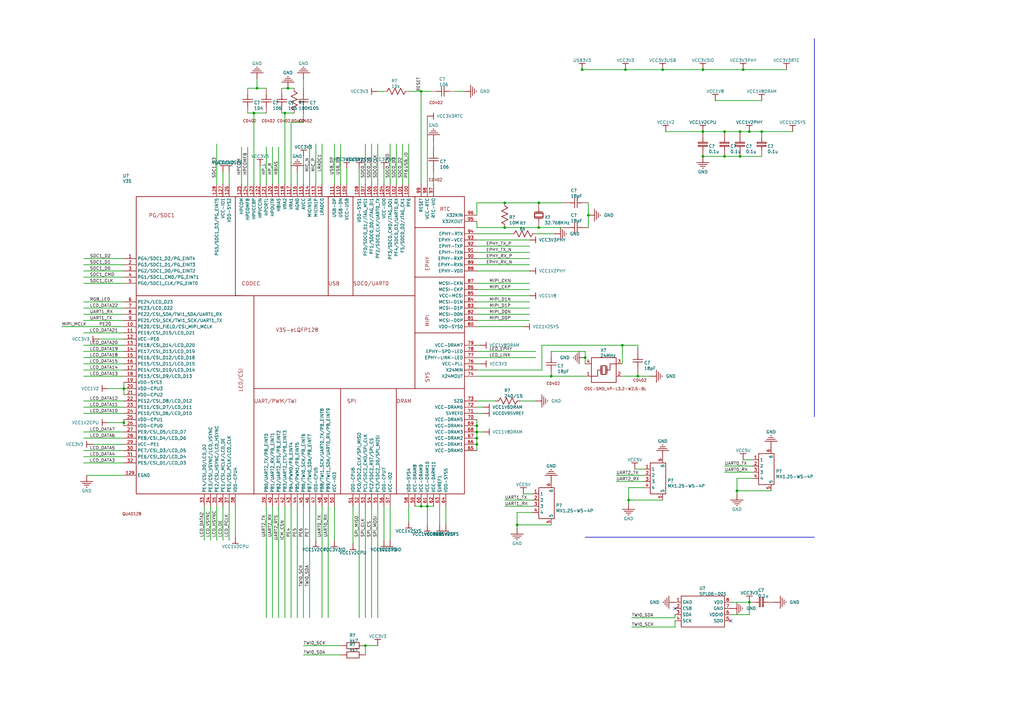
<source format=kicad_sch>
(kicad_sch (version 20211123) (generator eeschema)
  (paper "A3")
  (junction (at 303.53 53.975))
  (junction (at 220.98 83.185))
  (junction (at 195.58 177.165))
  (junction (at 50.8 159.385))
  (junction (at 118.11 36.195))
  (junction (at 226.06 154.305))
  (junction (at 238.76 28.575))
  (junction (at 255.27 141.605))
  (junction (at 297.18 64.135))
  (junction (at 105.41 36.195))
  (junction (at 104.14 46.355))
  (junction (at 304.8 28.575))
  (junction (at 257.81 205.105))
  (junction (at 288.29 53.975))
  (junction (at 307.34 247.015))
  (junction (at 256.54 28.575))
  (junction (at 307.34 53.975))
  (junction (at 297.18 53.975))
  (junction (at 261.62 154.305))
  (junction (at 195.58 174.625))
  (junction (at 149.86 264.795))
  (junction (at 207.01 93.345))
  (junction (at 240.03 146.685))
  (junction (at 303.53 64.135))
  (junction (at 220.98 93.345))
  (junction (at 172.72 207.645))
  (junction (at 302.26 201.295))
  (junction (at 195.58 182.245))
  (junction (at 195.58 179.705))
  (junction (at 175.26 207.645))
  (junction (at 172.72 37.465))
  (junction (at 241.3 88.265))
  (junction (at 50.8 173.355))
  (junction (at 116.84 46.355))
  (junction (at 288.29 28.575))
  (junction (at 271.78 28.575))
  (junction (at 288.29 64.135))
  (junction (at 312.42 53.975))
  (junction (at 207.01 83.185))
  (junction (at 212.09 215.265))
  (no_connect (at 299.72 254.635))
  (no_connect (at 276.86 249.555))
  (wire (pts (xy 91.44 207.645) (xy 91.44 221.615)) (stroke (width 0.254)))
  (wire (pts (xy 111.76 207.645) (xy 111.76 253.365)) (stroke (width 0.254)))
  (wire (pts (xy 147.32 75.565) (xy 147.32 69.215)) (stroke (width 0.254)))
  (wire (pts (xy 157.48 37.465) (xy 154.94 37.465)) (stroke (width 0.254)))
  (wire (pts (xy 172.72 207.645) (xy 175.26 207.645)) (stroke (width 0.254)))
  (wire (pts (xy 175.26 75.565) (xy 175.26 47.625)) (stroke (width 0.254)))
  (wire (pts (xy 195.58 146.685) (xy 219.71 146.685)) (stroke (width 0.254)))
  (wire (pts (xy 176.53 37.465) (xy 172.72 37.465)) (stroke (width 0.254)))
  (wire (pts (xy 134.62 253.365) (xy 134.62 207.645)) (stroke (width 0.254)))
  (wire (pts (xy 149.86 268.605) (xy 149.86 264.795)) (stroke (width 0.254)))
  (wire (pts (xy 195.58 151.765) (xy 222.25 151.765)) (stroke (width 0.254)))
  (wire (pts (xy 88.9 75.565) (xy 88.9 59.055)) (stroke (width 0.254)))
  (wire (pts (xy 154.94 75.565) (xy 154.94 59.055)) (stroke (width 0.254)))
  (wire (pts (xy 195.58 116.205) (xy 217.17 116.205)) (stroke (width 0.254)))
  (wire (pts (xy 325.12 53.975) (xy 312.42 53.975)) (stroke (width 0.254)))
  (wire (pts (xy 195.58 106.045) (xy 217.17 106.045)) (stroke (width 0.254)))
  (wire (pts (xy 106.68 75.565) (xy 106.68 67.945)) (stroke (width 0.254)))
  (wire (pts (xy 149.86 264.795) (xy 154.94 264.795)) (stroke (width 0.254)))
  (wire (pts (xy 101.6 75.565) (xy 101.6 60.325)) (stroke (width 0.254)))
  (wire (pts (xy 261.62 154.305) (xy 255.27 154.305)) (stroke (width 0.254)))
  (wire (pts (xy 196.85 149.225) (xy 195.58 149.225)) (stroke (width 0.254)))
  (wire (pts (xy 121.92 75.565) (xy 121.92 70.485)) (stroke (width 0.254)))
  (wire (pts (xy 167.64 75.565) (xy 167.64 59.055)) (stroke (width 0.254)))
  (wire (pts (xy 88.9 207.645) (xy 88.9 221.615)) (stroke (width 0.254)))
  (wire (pts (xy 50.8 123.825) (xy 34.29 123.825)) (stroke (width 0.254)))
  (wire (pts (xy 50.8 154.305) (xy 34.29 154.305)) (stroke (width 0.254)))
  (wire (pts (xy 271.78 28.575) (xy 288.29 28.575)) (stroke (width 0.254)))
  (wire (pts (xy 195.58 144.145) (xy 219.71 144.145)) (stroke (width 0.254)))
  (wire (pts (xy 195.58 83.185) (xy 195.58 88.265)) (stroke (width 0.254)))
  (wire (pts (xy 195.58 108.585) (xy 217.17 108.585)) (stroke (width 0.254)))
  (wire (pts (xy 259.08 257.175) (xy 276.86 257.175)) (stroke (width 0.254)))
  (wire (pts (xy 231.14 83.185) (xy 220.98 83.185)) (stroke (width 0.254)))
  (wire (pts (xy 307.34 53.975) (xy 303.53 53.975)) (stroke (width 0.254)))
  (wire (pts (xy 226.06 144.145) (xy 240.03 144.145)) (stroke (width 0.254)))
  (wire (pts (xy 132.08 75.565) (xy 132.08 59.055)) (stroke (width 0.254)))
  (wire (pts (xy 137.16 75.565) (xy 137.16 59.055)) (stroke (width 0.254)))
  (wire (pts (xy 297.18 193.675) (xy 308.61 193.675)) (stroke (width 0.254)))
  (wire (pts (xy 50.8 126.365) (xy 34.29 126.365)) (stroke (width 0.254)))
  (wire (pts (xy 104.14 46.355) (xy 101.6 46.355)) (stroke (width 0.254)))
  (wire (pts (xy 50.8 169.545) (xy 34.29 169.545)) (stroke (width 0.254)))
  (wire (pts (xy 104.14 46.355) (xy 104.14 75.565)) (stroke (width 0.254)))
  (wire (pts (xy 241.3 83.185) (xy 241.3 88.265)) (stroke (width 0.254)))
  (wire (pts (xy 111.76 75.565) (xy 111.76 60.325)) (stroke (width 0.254)))
  (wire (pts (xy 195.58 179.705) (xy 195.58 182.245)) (stroke (width 0.254)))
  (wire (pts (xy 157.48 75.565) (xy 157.48 69.215)) (stroke (width 0.254)))
  (wire (pts (xy 196.85 141.605) (xy 195.58 141.605)) (stroke (width 0.254)))
  (wire (pts (xy 160.02 207.645) (xy 160.02 221.615)) (stroke (width 0.254)))
  (wire (pts (xy 120.65 36.195) (xy 118.11 36.195)) (stroke (width 0.254)))
  (wire (pts (xy 207.01 207.645) (xy 218.44 207.645)) (stroke (width 0.254)))
  (wire (pts (xy 195.58 126.365) (xy 217.17 126.365)) (stroke (width 0.254)))
  (wire (pts (xy 172.72 75.565) (xy 172.72 37.465)) (stroke (width 0.254)))
  (wire (pts (xy 119.38 207.645) (xy 119.38 253.365)) (stroke (width 0.254)))
  (wire (pts (xy 50.8 189.865) (xy 34.29 189.865)) (stroke (width 0.254)))
  (wire (pts (xy 195.58 133.985) (xy 214.63 133.985)) (stroke (width 0.254)))
  (wire (pts (xy 312.42 41.275) (xy 293.37 41.275)) (stroke (width 0.254)))
  (wire (pts (xy 240.03 144.145) (xy 240.03 146.685)) (stroke (width 0.254)))
  (wire (pts (xy 124.46 46.355) (xy 124.46 50.165)) (stroke (width 0.254)))
  (wire (pts (xy 195.58 128.905) (xy 217.17 128.905)) (stroke (width 0.254)))
  (wire (pts (xy 177.8 60.325) (xy 177.8 57.785)) (stroke (width 0.254)))
  (polyline (pts (xy 334.01 170.815) (xy 334.01 170.815)) (stroke (width 0.254) (type solid)))
  (wire (pts (xy 50.8 182.245) (xy 38.1 182.245)) (stroke (width 0.254)))
  (wire (pts (xy 83.82 207.645) (xy 83.82 221.615)) (stroke (width 0.254)))
  (wire (pts (xy 50.8 131.445) (xy 34.29 131.445)) (stroke (width 0.254)))
  (wire (pts (xy 299.72 252.095) (xy 307.34 252.095)) (stroke (width 0.254)))
  (wire (pts (xy 44.45 173.355) (xy 50.8 173.355)) (stroke (width 0.254)))
  (wire (pts (xy 195.58 118.745) (xy 217.17 118.745)) (stroke (width 0.254)))
  (wire (pts (xy 86.36 207.645) (xy 86.36 221.615)) (stroke (width 0.254)))
  (wire (pts (xy 220.98 83.185) (xy 207.01 83.185)) (stroke (width 0.254)))
  (wire (pts (xy 182.88 207.645) (xy 182.88 215.265)) (stroke (width 0.254)))
  (wire (pts (xy 114.3 75.565) (xy 114.3 60.325)) (stroke (width 0.254)))
  (wire (pts (xy 198.12 169.545) (xy 195.58 169.545)) (stroke (width 0.254)))
  (wire (pts (xy 276.86 257.175) (xy 276.86 254.635)) (stroke (width 0.254)))
  (wire (pts (xy 238.76 28.575) (xy 256.54 28.575)) (stroke (width 0.254)))
  (wire (pts (xy 50.8 139.065) (xy 40.64 139.065)) (stroke (width 0.254)))
  (wire (pts (xy 50.8 174.625) (xy 50.8 173.355)) (stroke (width 0.254)))
  (wire (pts (xy 154.94 207.645) (xy 154.94 253.365)) (stroke (width 0.254)))
  (wire (pts (xy 209.55 95.885) (xy 195.58 95.885)) (stroke (width 0.254)))
  (wire (pts (xy 50.8 167.005) (xy 34.29 167.005)) (stroke (width 0.254)))
  (wire (pts (xy 109.22 46.355) (xy 104.14 46.355)) (stroke (width 0.254)))
  (wire (pts (xy 114.3 207.645) (xy 114.3 253.365)) (stroke (width 0.254)))
  (wire (pts (xy 198.12 177.165) (xy 195.58 177.165)) (stroke (width 0.254)))
  (wire (pts (xy 177.8 75.565) (xy 177.8 70.485)) (stroke (width 0.254)))
  (wire (pts (xy 195.58 177.165) (xy 195.58 179.705)) (stroke (width 0.254)))
  (wire (pts (xy 119.38 50.165) (xy 119.38 75.565)) (stroke (width 0.254)))
  (wire (pts (xy 276.86 253.365) (xy 276.86 252.095)) (stroke (width 0.254)))
  (wire (pts (xy 109.22 207.645) (xy 109.22 253.365)) (stroke (width 0.254)))
  (wire (pts (xy 252.73 194.945) (xy 264.16 194.945)) (stroke (width 0.254)))
  (wire (pts (xy 257.81 205.105) (xy 257.81 200.025)) (stroke (width 0.254)))
  (wire (pts (xy 152.4 75.565) (xy 152.4 59.055)) (stroke (width 0.254)))
  (wire (pts (xy 195.58 131.445) (xy 217.17 131.445)) (stroke (width 0.254)))
  (wire (pts (xy 222.25 141.605) (xy 255.27 141.605)) (stroke (width 0.254)))
  (wire (pts (xy 256.54 28.575) (xy 271.78 28.575)) (stroke (width 0.254)))
  (wire (pts (xy 109.22 36.195) (xy 105.41 36.195)) (stroke (width 0.254)))
  (wire (pts (xy 124.46 50.165) (xy 119.38 50.165)) (stroke (width 0.254)))
  (wire (pts (xy 222.25 151.765) (xy 222.25 141.605)) (stroke (width 0.254)))
  (wire (pts (xy 172.72 37.465) (xy 167.64 37.465)) (stroke (width 0.254)))
  (wire (pts (xy 271.78 205.105) (xy 257.81 205.105)) (stroke (width 0.254)))
  (wire (pts (xy 50.8 113.665) (xy 34.29 113.665)) (stroke (width 0.254)))
  (wire (pts (xy 261.62 153.035) (xy 261.62 154.305)) (stroke (width 0.254)))
  (wire (pts (xy 212.09 215.265) (xy 212.09 210.185)) (stroke (width 0.254)))
  (wire (pts (xy 203.2 164.465) (xy 195.58 164.465)) (stroke (width 0.254)))
  (wire (pts (xy 160.02 75.565) (xy 160.02 59.055)) (stroke (width 0.254)))
  (wire (pts (xy 316.23 201.295) (xy 302.26 201.295)) (stroke (width 0.254)))
  (wire (pts (xy 257.81 206.375) (xy 257.81 205.105)) (stroke (width 0.254)))
  (wire (pts (xy 50.8 141.605) (xy 34.29 141.605)) (stroke (width 0.254)))
  (wire (pts (xy 175.26 207.645) (xy 177.8 207.645)) (stroke (width 0.254)))
  (wire (pts (xy 214.63 202.565) (xy 218.44 202.565)) (stroke (width 0.254)))
  (wire (pts (xy 212.09 216.535) (xy 212.09 215.265)) (stroke (width 0.254)))
  (wire (pts (xy 195.58 103.505) (xy 217.17 103.505)) (stroke (width 0.254)))
  (wire (pts (xy 149.86 207.645) (xy 149.86 253.365)) (stroke (width 0.254)))
  (wire (pts (xy 127 207.645) (xy 127 253.365)) (stroke (width 0.254)))
  (wire (pts (xy 255.27 141.605) (xy 255.27 149.225)) (stroke (width 0.254)))
  (wire (pts (xy 50.8 136.525) (xy 34.29 136.525)) (stroke (width 0.254)))
  (wire (pts (xy 219.71 164.465) (xy 213.36 164.465)) (stroke (width 0.254)))
  (wire (pts (xy 157.48 207.645) (xy 157.48 221.615)) (stroke (width 0.254)))
  (wire (pts (xy 195.58 174.625) (xy 195.58 177.165)) (stroke (width 0.254)))
  (wire (pts (xy 266.7 154.305) (xy 261.62 154.305)) (stroke (width 0.254)))
  (wire (pts (xy 167.64 213.995) (xy 167.64 207.645)) (stroke (width 0.254)))
  (wire (pts (xy 105.41 32.385) (xy 105.41 36.195)) (stroke (width 0.254)))
  (wire (pts (xy 109.22 75.565) (xy 109.22 60.325)) (stroke (width 0.254)))
  (wire (pts (xy 50.8 108.585) (xy 34.29 108.585)) (stroke (width 0.254)))
  (wire (pts (xy 257.81 200.025) (xy 264.16 200.025)) (stroke (width 0.254)))
  (wire (pts (xy 231.14 93.345) (xy 220.98 93.345)) (stroke (width 0.254)))
  (wire (pts (xy 50.8 177.165) (xy 34.29 177.165)) (stroke (width 0.254)))
  (wire (pts (xy 195.58 121.285) (xy 217.17 121.285)) (stroke (width 0.254)))
  (wire (pts (xy 198.12 167.005) (xy 195.58 167.005)) (stroke (width 0.254)))
  (wire (pts (xy 50.8 151.765) (xy 34.29 151.765)) (stroke (width 0.254)))
  (wire (pts (xy 162.56 75.565) (xy 162.56 59.055)) (stroke (width 0.254)))
  (wire (pts (xy 121.92 207.645) (xy 121.92 253.365)) (stroke (width 0.254)))
  (wire (pts (xy 195.58 154.305) (xy 226.06 154.305)) (stroke (width 0.254)))
  (wire (pts (xy 50.8 144.145) (xy 34.29 144.145)) (stroke (width 0.254)))
  (wire (pts (xy 195.58 111.125) (xy 217.17 111.125)) (stroke (width 0.254)))
  (wire (pts (xy 288.29 28.575) (xy 304.8 28.575)) (stroke (width 0.254)))
  (wire (pts (xy 50.8 128.905) (xy 34.29 128.905)) (stroke (width 0.254)))
  (wire (pts (xy 220.98 93.345) (xy 207.01 93.345)) (stroke (width 0.254)))
  (wire (pts (xy 50.8 146.685) (xy 34.29 146.685)) (stroke (width 0.254)))
  (wire (pts (xy 261.62 142.875) (xy 261.62 141.605)) (stroke (width 0.254)))
  (wire (pts (xy 116.84 46.355) (xy 115.57 46.355)) (stroke (width 0.254)))
  (wire (pts (xy 304.8 188.595) (xy 308.61 188.595)) (stroke (width 0.254)))
  (wire (pts (xy 50.8 173.355) (xy 50.8 172.085)) (stroke (width 0.254)))
  (wire (pts (xy 303.53 64.135) (xy 312.42 64.135)) (stroke (width 0.254)))
  (wire (pts (xy 190.5 37.465) (xy 186.69 37.465)) (stroke (width 0.254)))
  (wire (pts (xy 50.8 133.985) (xy 25.4 133.985)) (stroke (width 0.254)))
  (wire (pts (xy 307.34 252.095) (xy 307.34 247.015)) (stroke (width 0.254)))
  (wire (pts (xy 132.08 207.645) (xy 132.08 253.365)) (stroke (width 0.254)))
  (polyline (pts (xy 334.01 170.815) (xy 334.01 15.875)) (stroke (width 0.254) (type solid)))
  (wire (pts (xy 307.34 247.015) (xy 299.72 247.015)) (stroke (width 0.254)))
  (wire (pts (xy 124.46 207.645) (xy 124.46 253.365)) (stroke (width 0.254)))
  (wire (pts (xy 116.84 75.565) (xy 116.84 46.355)) (stroke (width 0.254)))
  (wire (pts (xy 116.84 207.645) (xy 116.84 253.365)) (stroke (width 0.254)))
  (wire (pts (xy 124.46 75.565) (xy 124.46 64.135)) (stroke (width 0.254)))
  (wire (pts (xy 312.42 53.975) (xy 307.34 53.975)) (stroke (width 0.254)))
  (wire (pts (xy 144.78 222.885) (xy 144.78 207.645)) (stroke (width 0.254)))
  (wire (pts (xy 207.01 83.185) (xy 195.58 83.185)) (stroke (width 0.254)))
  (wire (pts (xy 105.41 36.195) (xy 101.6 36.195)) (stroke (width 0.254)))
  (wire (pts (xy 180.34 207.645) (xy 180.34 215.265)) (stroke (width 0.254)))
  (wire (pts (xy 302.26 202.565) (xy 302.26 201.295)) (stroke (width 0.254)))
  (polyline (pts (xy 240.03 220.345) (xy 240.03 220.345)) (stroke (width 0.254) (type solid)))
  (wire (pts (xy 261.62 141.605) (xy 255.27 141.605)) (stroke (width 0.254)))
  (wire (pts (xy 240.03 146.685) (xy 240.03 149.225)) (stroke (width 0.254)))
  (wire (pts (xy 297.18 191.135) (xy 308.61 191.135)) (stroke (width 0.254)))
  (wire (pts (xy 120.65 46.355) (xy 116.84 46.355)) (stroke (width 0.254)))
  (wire (pts (xy 44.45 159.385) (xy 50.8 159.385)) (stroke (width 0.254)))
  (wire (pts (xy 297.18 53.975) (xy 288.29 53.975)) (stroke (width 0.254)))
  (wire (pts (xy 50.8 116.205) (xy 34.29 116.205)) (stroke (width 0.254)))
  (wire (pts (xy 50.8 164.465) (xy 34.29 164.465)) (stroke (width 0.254)))
  (wire (pts (xy 260.35 192.405) (xy 264.16 192.405)) (stroke (width 0.254)))
  (wire (pts (xy 50.8 149.225) (xy 34.29 149.225)) (stroke (width 0.254)))
  (wire (pts (xy 195.58 98.425) (xy 217.17 98.425)) (stroke (width 0.254)))
  (wire (pts (xy 212.09 210.185) (xy 218.44 210.185)) (stroke (width 0.254)))
  (wire (pts (xy 50.8 184.785) (xy 34.29 184.785)) (stroke (width 0.254)))
  (wire (pts (xy 302.26 201.295) (xy 302.26 196.215)) (stroke (width 0.254)))
  (wire (pts (xy 50.8 159.385) (xy 50.8 161.925)) (stroke (width 0.254)))
  (wire (pts (xy 302.26 196.215) (xy 308.61 196.215)) (stroke (width 0.254)))
  (wire (pts (xy 50.8 194.945) (xy 35.56 194.945)) (stroke (width 0.254)))
  (wire (pts (xy 304.8 28.575) (xy 322.58 28.575)) (stroke (width 0.254)))
  (wire (pts (xy 129.54 75.565) (xy 129.54 59.055)) (stroke (width 0.254)))
  (wire (pts (xy 99.06 75.565) (xy 99.06 60.325)) (stroke (width 0.254)))
  (wire (pts (xy 118.11 36.195) (xy 115.57 36.195)) (stroke (width 0.254)))
  (wire (pts (xy 207.01 205.105) (xy 218.44 205.105)) (stroke (width 0.254)))
  (wire (pts (xy 195.58 182.245) (xy 195.58 184.785)) (stroke (width 0.254)))
  (wire (pts (xy 93.98 207.645) (xy 93.98 221.615)) (stroke (width 0.254)))
  (wire (pts (xy 50.8 156.845) (xy 50.8 159.385)) (stroke (width 0.254)))
  (wire (pts (xy 50.8 106.045) (xy 34.29 106.045)) (stroke (width 0.254)))
  (wire (pts (xy 297.18 64.135) (xy 303.53 64.135)) (stroke (width 0.254)))
  (wire (pts (xy 50.8 187.325) (xy 34.29 187.325)) (stroke (width 0.254)))
  (wire (pts (xy 227.33 95.885) (xy 219.71 95.885)) (stroke (width 0.254)))
  (wire (pts (xy 226.06 154.305) (xy 240.03 154.305)) (stroke (width 0.254)))
  (wire (pts (xy 165.1 75.565) (xy 165.1 59.055)) (stroke (width 0.254)))
  (wire (pts (xy 93.98 75.565) (xy 93.98 70.485)) (stroke (width 0.254)))
  (wire (pts (xy 288.29 64.135) (xy 297.18 64.135)) (stroke (width 0.254)))
  (wire (pts (xy 238.76 27.305) (xy 238.76 28.575)) (stroke (width 0.254)))
  (wire (pts (xy 124.46 264.795) (xy 139.7 264.795)) (stroke (width 0.254)))
  (polyline (pts (xy 334.01 220.345) (xy 240.03 220.345)) (stroke (width 0.254) (type solid)))
  (wire (pts (xy 124.46 268.605) (xy 139.7 268.605)) (stroke (width 0.254)))
  (wire (pts (xy 170.18 207.645) (xy 172.72 207.645)) (stroke (width 0.254)))
  (wire (pts (xy 129.54 207.645) (xy 129.54 221.615)) (stroke (width 0.254)))
  (wire (pts (xy 259.08 253.365) (xy 276.86 253.365)) (stroke (width 0.254)))
  (wire (pts (xy 50.8 179.705) (xy 34.29 179.705)) (stroke (width 0.254)))
  (wire (pts (xy 152.4 207.645) (xy 152.4 253.365)) (stroke (width 0.254)))
  (wire (pts (xy 226.06 215.265) (xy 212.09 215.265)) (stroke (width 0.254)))
  (wire (pts (xy 96.52 207.645) (xy 96.52 220.345)) (stroke (width 0.254)))
  (wire (pts (xy 252.73 197.485) (xy 264.16 197.485)) (stroke (width 0.254)))
  (wire (pts (xy 139.7 75.565) (xy 139.7 59.055)) (stroke (width 0.254)))
  (wire (pts (xy 147.32 207.645) (xy 147.32 253.365)) (stroke (width 0.254)))
  (wire (pts (xy 288.29 53.975) (xy 273.05 53.975)) (stroke (width 0.254)))
  (wire (pts (xy 195.58 172.085) (xy 195.58 174.625)) (stroke (width 0.254)))
  (wire (pts (xy 241.3 88.265) (xy 241.3 93.345)) (stroke (width 0.254)))
  (wire (pts (xy 149.86 75.565) (xy 149.86 59.055)) (stroke (width 0.254)))
  (wire (pts (xy 195.58 100.965) (xy 217.17 100.965)) (stroke (width 0.254)))
  (wire (pts (xy 50.8 111.125) (xy 34.29 111.125)) (stroke (width 0.254)))
  (wire (pts (xy 91.44 70.485) (xy 91.44 75.565)) (stroke (width 0.254)))
  (wire (pts (xy 175.26 215.265) (xy 175.26 207.645)) (stroke (width 0.254)))
  (wire (pts (xy 207.01 93.345) (xy 195.58 93.345)) (stroke (width 0.254)))
  (wire (pts (xy 142.24 75.565) (xy 142.24 69.215)) (stroke (width 0.254)))
  (wire (pts (xy 195.58 123.825) (xy 217.17 123.825)) (stroke (width 0.254)))
  (wire (pts (xy 195.58 93.345) (xy 195.58 90.805)) (stroke (width 0.254)))
  (wire (pts (xy 127 75.565) (xy 127 59.055)) (stroke (width 0.254)))
  (wire (pts (xy 137.16 207.645) (xy 137.16 221.615)) (stroke (width 0.254)))
  (wire (pts (xy 303.53 53.975) (xy 297.18 53.975)) (stroke (width 0.254)))
  (wire (pts (xy 124.46 36.195) (xy 124.46 32.385)) (stroke (width 0.254)))
  (label "EPHY_TX_P" (at 199.39 100.965 0))
  (label "LCD_DE" (at 91.44 220.345 90))
  (label "SDC1_D1" (at 36.83 108.585 0))
  (label "UART1_TX" (at 36.83 131.445 0))
  (label "LCD_DATA12" (at 36.83 164.465 0))
  (label "SDC0_D3" (at 162.56 73.025 90))
  (label "SPI_MOSI" (at 154.94 220.345 90))
  (label "PE5" (at 121.92 220.345 90))
  (label "LRADC1" (at 132.08 70.485 90))
  (label "SDC0_D0" (at 152.4 73.025 90))
  (label "ICM_CSN" (at 116.84 221.615 90))
  (label "LCD_DATA4" (at 36.83 187.325 0))
  (label "LCD_DATA22" (at 36.83 126.365 0))
  (label "UART2_RX" (at 111.76 220.345 90))
  (label "SDC1_D0" (at 36.83 111.125 0))
  (label "SDC1_D2" (at 36.83 106.045 0))
  (label "UART2_RX" (at 252.73 197.485 0))
  (label "TWI0_SDA" (at 259.08 253.365 0))
  (label "MIPI_D1N" (at 200.66 123.825 0))
  (label "MIPI_MCLK" (at 25.4 133.985 0))
  (label "LCD_DATA3" (at 36.83 189.865 0))
  (label "UART1_RX" (at 207.01 207.645 0))
  (label "UART0_RX" (at 297.18 193.675 0))
  (label "MIC_N" (at 127 70.485 90))
  (label "PF6" (at 167.64 73.025 90))
  (label "EPHY_TX_N" (at 199.39 103.505 0))
  (label "RGB_LED" (at 36.83 123.825 0))
  (label "UART0_TX" (at 132.08 220.345 90))
  (label "UART1_TX" (at 207.01 205.105 0))
  (label "MIPI_CKP" (at 200.66 118.745 0))
  (label "UART2_RTS" (at 114.3 221.615 90))
  (label "SPI_MISO" (at 147.32 220.345 90))
  (label "USB_DN" (at 139.7 71.755 90))
  (label "PE20" (at 40.64 133.985 0))
  (label "MIPI_D1P" (at 200.66 126.365 0))
  (label "EPHY_RX_P" (at 199.39 106.045 0))
  (label "UART0_TX" (at 297.18 191.135 0))
  (label "LCD_PCLK" (at 93.98 220.345 90))
  (label "LCD_DATA20" (at 36.83 141.605 0))
  (label "LCD_DATA6" (at 36.83 179.705 0))
  (label "SDC0_CLK" (at 154.94 73.025 90))
  (label "PE4" (at 119.38 220.345 90))
  (label "PE6" (at 124.46 220.345 90))
  (label "USB_DP" (at 137.16 71.755 90))
  (label "PE7" (at 127 220.345 90))
  (label "SPI_CLK" (at 149.86 220.345 90))
  (label "LED_LINK" (at 200.66 146.685 0))
  (label "SPI_CS" (at 152.4 220.345 90))
  (label "HPCOM" (at 99.06 71.755 90))
  (label "LCD_DATA11" (at 36.83 167.005 0))
  (label "TWI0_SCK" (at 124.46 240.665 90))
  (label "SDC1_CMD" (at 36.83 113.665 0))
  (label "LCD_DATA19" (at 36.83 144.145 0))
  (label "LCD_DATA21" (at 36.83 136.525 0))
  (label "EPHY_RX_N" (at 199.39 108.585 0))
  (label "LCD_DATA2" (at 83.82 220.345 90))
  (label "MIPI_D0N" (at 200.66 128.905 0))
  (label "SDC1_CLK" (at 36.83 116.205 0))
  (label "LCD_VSYNC" (at 86.36 220.345 90))
  (label "LCD_HSYNC" (at 88.9 220.345 90))
  (label "UART2_TX" (at 109.22 220.345 90))
  (label "LCD_DATA14" (at 36.83 151.765 0))
  (label "MIPI_CKN" (at 200.66 116.205 0))
  (label "LCD_DATA10" (at 36.83 169.545 0))
  (label "SDC0_D1" (at 149.86 73.025 90))
  (label "TWI0_SCK" (at 259.08 257.175 0))
  (label "LCD_DATA18" (at 36.83 146.685 0))
  (label "LCD_DATA13" (at 36.83 154.305 0))
  (label "USB_ID" (at 167.64 69.215 90))
  (label "SDC1_D3" (at 88.9 73.025 90))
  (label "MIC_P" (at 129.54 70.485 90))
  (label "TWI0_SDA" (at 127 240.665 90))
  (label "TWI0_SDA" (at 124.46 268.605 0))
  (label "UART2_TX" (at 252.73 194.945 0))
  (label "TWI0_SCK" (at 124.46 264.795 0))
  (label "HPCOMFB" (at 101.6 71.755 90))
  (label "HBIAS" (at 114.3 71.755 90))
  (label "LCD_DATA15" (at 36.83 149.225 0))
  (label "RESET" (at 172.72 37.465 90))
  (label "SDC0_CMD" (at 160.02 73.025 90))
  (label "HP_R" (at 111.76 71.755 90))
  (label "UART0_RX" (at 134.62 220.345 90))
  (label "UART1_RX" (at 36.83 128.905 0))
  (label "LED_EPHY" (at 200.66 144.145 0))
  (label "LCD_DATA5" (at 36.83 184.785 0))
  (label "SDC0_D2" (at 165.1 73.025 90))
  (label "LCD_DATA7" (at 36.83 177.165 0))
  (label "MIPI_D0P" (at 200.66 131.445 0))
  (label "HP_L" (at 109.22 71.755 90))
  (symbol (lib_id "PiPX4-altium-import:1_105") (at 124.46 41.275 0) (unit 1)
    (property "Reference" "C?" (at 127.0019 42.8672 0) (effects (justify left bottom)))
    (property "Value" "105" (at 127 45.1115 0) (effects (justify left bottom)))
    (property "Footprint" "C0402" (effects hide))
    (property "NAMEALIAS" "Value(F)" (effects hide))
    (property "CONTRIBUTOR" "LCEDA_Lib" (effects hide))
    (property "SPICEPRE" "C" (effects hide))
    (property "SPICESYMBOLNAME" "C_0603_US" (effects hide))
    (property "PACKAGE DISPLAY" "Yes" (effects hide))
  )
  (symbol (lib_id "PiPX4-altium-import:VCC3V3") (at 196.85 149.225 90) (unit 1)
    (property "Reference" "#PWR?" (effects hide))
    (property "Value" "VCC3V3" (at 200.66 149.225 90) (effects (justify right)))
  )
  (symbol (lib_id "PiPX4-altium-import:VCC5V") (at 304.8 188.595 180) (unit 1)
    (property "Reference" "#PWR?" (effects hide))
    (property "Value" "VCC5V" (at 304.8 184.785 0))
  )
  (symbol (lib_id "PiPX4-altium-import:VCC1V8DRAM") (at 198.12 167.005 90) (unit 1)
    (property "Reference" "#PWR?" (effects hide))
    (property "Value" "VCC1V8DRAM" (at 201.93 167.005 90) (effects (justify right)))
  )
  (symbol (lib_id "PiPX4-altium-import:VCC5V") (at 260.35 192.405 180) (unit 1)
    (property "Reference" "#PWR?" (effects hide))
    (property "Value" "VCC5V" (at 260.35 188.595 0))
  )
  (symbol (lib_id "PiPX4-altium-import:VCC3V3") (at 256.54 28.575 180) (unit 1)
    (property "Reference" "#PWR?" (effects hide))
    (property "Value" "VCC3V3" (at 256.54 24.765 0))
  )
  (symbol (lib_id "PiPX4-altium-import:VCC1V2") (at 44.45 159.385 270) (unit 1)
    (property "Reference" "#PWR?" (effects hide))
    (property "Value" "VCC1V2" (at 40.64 159.385 90) (effects (justify right)))
  )
  (symbol (lib_id "PiPX4-altium-import:2_18pF") (at 236.22 83.185 0) (unit 1)
    (property "Reference" "C?" (at 234.049 78.8558 0) (effects (justify left bottom)))
    (property "Value" "18pF" (at 234.049 81.1319 0) (effects (justify left bottom)))
    (property "Footprint" "C0402" (effects hide))
    (property "NAMEALIAS" "Value(F)" (effects hide))
    (property "CONTRIBUTOR" "LCEDA_Lib" (effects hide))
    (property "SPICEPRE" "C" (effects hide))
    (property "SPICESYMBOLNAME" "C_0603_US" (effects hide))
    (property "PACKAGE DISPLAY" "No" (effects hide))
  )
  (symbol (lib_id "PiPX4-altium-import:VCC1V2SYS") (at 167.64 213.995 0) (unit 1)
    (property "Reference" "#PWR?" (effects hide))
    (property "Value" "VCC1V2SYS" (at 167.64 217.805 0))
  )
  (symbol (lib_id "PiPX4-altium-import:VCC3V3") (at 154.94 264.795 180) (unit 1)
    (property "Reference" "#PWR?" (effects hide))
    (property "Value" "VCC3V3" (at 154.94 260.985 0))
  )
  (symbol (lib_id "PiPX4-altium-import:VCC1V8DRAM") (at 175.26 215.265 0) (unit 1)
    (property "Reference" "#PWR?" (effects hide))
    (property "Value" "VCC1V8DRAM" (at 175.26 219.075 0))
  )
  (symbol (lib_id "PiPX4-altium-import:GND") (at 124.46 32.385 180) (unit 1)
    (property "Reference" "#PWR?" (effects hide))
    (property "Value" "GND" (at 124.46 26.035 0))
  )
  (symbol (lib_id "PiPX4-altium-import:2_18pF") (at 236.22 93.345 0) (unit 1)
    (property "Reference" "C?" (at 234.049 89.0158 0) (effects (justify left bottom)))
    (property "Value" "18pF" (at 234.049 91.2919 0) (effects (justify left bottom)))
    (property "Footprint" "C0402" (effects hide))
    (property "NAMEALIAS" "Value(F)" (effects hide))
    (property "CONTRIBUTOR" "LCEDA_Lib" (effects hide))
    (property "SPICEPRE" "C" (effects hide))
    (property "SPICESYMBOLNAME" "C_0603_US" (effects hide))
    (property "PACKAGE DISPLAY" "No" (effects hide))
  )
  (symbol (lib_id "PiPX4-altium-import:GND") (at 35.56 194.945 0) (unit 1)
    (property "Reference" "#PWR?" (effects hide))
    (property "Value" "GND" (at 35.56 201.295 0))
  )
  (symbol (lib_id "PiPX4-altium-import:1_100K") (at 120.65 41.275 0) (unit 1)
    (property "Reference" "R?" (at 122.4299 42.8414 0) (effects (justify left bottom)))
    (property "Value" "100K" (at 122.428 45.1274 0) (effects (justify left bottom)))
    (property "Footprint" "R0402" (effects hide))
    (property "NAMEALIAS" "Value(Ω)" (effects hide))
    (property "CONTRIBUTOR" "LCEDA_Lib" (effects hide))
    (property "SPICEPRE" "R" (effects hide))
    (property "SPICESYMBOLNAME" "R_0603_US" (effects hide))
    (property "PACKAGE DISPLAY" "Yes" (effects hide))
  )
  (symbol (lib_id "PiPX4-altium-import:GND") (at 271.78 187.325 180) (unit 1)
    (property "Reference" "#PWR?" (effects hide))
    (property "Value" "GND" (at 271.78 180.975 0))
  )
  (symbol (lib_id "PiPX4-altium-import:1_0.1u") (at 297.18 59.055 0) (unit 1)
    (property "Reference" "C?" (at 299.5168 60.7107 0) (effects (justify left bottom)))
    (property "Value" "0.1u" (at 299.5136 62.8955 0) (effects (justify left bottom)))
    (property "Footprint" "C0402" (effects hide))
    (property "NAMEALIAS" "Value(F)" (effects hide))
    (property "CONTRIBUTOR" "LCEDA_Lib" (effects hide))
    (property "SPICEPRE" "C" (effects hide))
    (property "SPICESYMBOLNAME" "C_0603_EU" (effects hide))
  )
  (symbol (lib_id "PiPX4-altium-import:VCC1V2CPU") (at 288.29 53.975 180) (unit 1)
    (property "Reference" "#PWR?" (effects hide))
    (property "Value" "VCC1V2CPU" (at 288.29 50.165 0))
  )
  (symbol (lib_id "PiPX4-altium-import:0_240{slash}1%") (at 208.28 164.465 0) (unit 1)
    (property "Reference" "R?" (at 206.7659 160.8919 0) (effects (justify left bottom)))
    (property "Value" "240/1%" (at 206.7639 163.1739 0) (effects (justify left bottom)))
    (property "Footprint" "R0402" (effects hide))
    (property "NAMEALIAS" "Value(Ω)" (effects hide))
    (property "CONTRIBUTOR" "LCEDA_Lib" (effects hide))
    (property "SPICEPRE" "R" (effects hide))
    (property "SPICESYMBOLNAME" "R_0603_US" (effects hide))
    (property "PACKAGE DISPLAY" "No" (effects hide))
  )
  (symbol (lib_id "PiPX4-altium-import:VCC3V3") (at 124.46 64.135 180) (unit 1)
    (property "Reference" "#PWR?" (effects hide))
    (property "Value" "VCC3V3" (at 124.46 60.325 0))
  )
  (symbol (lib_id "PiPX4-altium-import:GND") (at 257.81 206.375 0) (unit 1)
    (property "Reference" "#PWR?" (effects hide))
    (property "Value" "GND" (at 257.81 212.725 0))
  )
  (symbol (lib_id "PiPX4-altium-import:0_106") (at 181.61 37.465 0) (unit 1)
    (property "Reference" "C?" (at 180.0959 33.1299 0) (effects (justify left bottom)))
    (property "Value" "106" (at 180.0939 35.4119 0) (effects (justify left bottom)))
    (property "Footprint" "C0402" (effects hide))
    (property "NAMEALIAS" "Value(F)" (effects hide))
    (property "CONTRIBUTOR" "LCEDA_Lib" (effects hide))
    (property "SPICEPRE" "C" (effects hide))
    (property "SPICESYMBOLNAME" "C_0603_US" (effects hide))
    (property "PACKAGE DISPLAY" "Yes" (effects hide))
  )
  (symbol (lib_id "PiPX4-altium-import:0_6k") (at 214.63 95.885 0) (unit 1)
    (property "Reference" "R?" (at 213.1159 92.3119 0) (effects (justify left bottom)))
    (property "Value" "6k" (at 213.1139 94.5939 0) (effects (justify left bottom)))
    (property "Footprint" "R0402" (effects hide))
    (property "NAMEALIAS" "Value(Ω)" (effects hide))
    (property "CONTRIBUTOR" "LCEDA_Lib" (effects hide))
    (property "SPICEPRE" "R" (effects hide))
    (property "SPICESYMBOLNAME" "R_0603_US" (effects hide))
    (property "PACKAGE DISPLAY" "No" (effects hide))
  )
  (symbol (lib_id "PiPX4-altium-import:VCC3V3") (at 307.34 247.015 180) (unit 1)
    (property "Reference" "#PWR?" (effects hide))
    (property "Value" "VCC3V3" (at 307.34 243.205 0))
  )
  (symbol (lib_id "PiPX4-altium-import:VCC1V8") (at 293.37 41.275 180) (unit 1)
    (property "Reference" "#PWR?" (effects hide))
    (property "Value" "VCC1V8" (at 293.37 37.465 0))
  )
  (symbol (lib_id "PiPX4-altium-import:GND") (at 118.11 36.195 180) (unit 1)
    (property "Reference" "#PWR?" (effects hide))
    (property "Value" "GND" (at 118.11 29.845 0))
  )
  (symbol (lib_id "PiPX4-altium-import:VCC1V2PHY") (at 307.34 53.975 180) (unit 1)
    (property "Reference" "#PWR?" (effects hide))
    (property "Value" "VCC1V2PHY" (at 307.34 50.165 0))
  )
  (symbol (lib_id "PiPX4-altium-import:GND") (at 276.86 247.015 270) (unit 1)
    (property "Reference" "#PWR?" (effects hide))
    (property "Value" "GND" (at 270.51 247.015 90) (effects (justify right)))
  )
  (symbol (lib_id "PiPX4-altium-import:GND") (at 299.72 249.555 90) (unit 1)
    (property "Reference" "#PWR?" (effects hide))
    (property "Value" "GND" (at 306.07 249.555 90) (effects (justify right)))
  )
  (symbol (lib_id "PiPX4-altium-import:VCC5V") (at 214.63 202.565 180) (unit 1)
    (property "Reference" "#PWR?" (effects hide))
    (property "Value" "VCC5V" (at 214.63 198.755 0))
  )
  (symbol (lib_id "PiPX4-altium-import:VCC1V2SYS") (at 147.32 69.215 180) (unit 1)
    (property "Reference" "#PWR?" (effects hide))
    (property "Value" "VCC1V2SYS" (at 147.32 65.405 0))
  )
  (symbol (lib_id "PiPX4-altium-import:1_0.1u") (at 312.42 59.055 0) (unit 1)
    (property "Reference" "C?" (at 314.7568 60.7107 0) (effects (justify left bottom)))
    (property "Value" "0.1u" (at 314.7536 62.8955 0) (effects (justify left bottom)))
    (property "Footprint" "C0402" (effects hide))
    (property "NAMEALIAS" "Value(F)" (effects hide))
    (property "CONTRIBUTOR" "LCEDA_Lib" (effects hide))
    (property "SPICEPRE" "C" (effects hide))
    (property "SPICESYMBOLNAME" "C_0603_EU" (effects hide))
  )
  (symbol (lib_id "PiPX4-altium-import:VCC3V3IO") (at 91.44 70.485 180) (unit 1)
    (property "Reference" "#PWR?" (effects hide))
    (property "Value" "VCC3V3IO" (at 91.44 66.675 0))
  )
  (symbol (lib_id "PiPX4-altium-import:0_24MHz") (at 247.65 151.765 0) (unit 1)
    (property "Reference" "X?" (at 246.249 144.3541 0) (effects (justify left bottom)))
    (property "Value" "24MHz" (at 246.1537 146.5964 0) (effects (justify left bottom)))
    (property "Footprint" "OSC-SMD_4P-L3.2-W2.5-BL" (effects hide))
    (property "BOM_SUPPLIER" "LCSC" (effects hide))
    (property "BOM_SUPPLIER PART" "C164048" (effects hide))
    (property "BOM_MANUFACTURER" "Zhejiang Abel Elec" (effects hide))
    (property "BOM_MANUFACTURER PART" "SMD-3225_4P24MHZ20PF10PPM-40~+85℃" (effects hide))
    (property "NAMEALIAS" "Frequency" (effects hide))
    (property "CONTRIBUTOR" "LCSC" (effects hide))
    (property "BOM_LCSC ASSEMBLY" "Yes" (effects hide))
    (property "SMT TYPE" "Extend" (effects hide))
    (property "SPICEPRE" "X" (effects hide))
    (property "SPICESYMBOLNAME" "SMD-3225_4P24MHZ20PF10PPM-40~+85℃" (effects hide))
    (property "PACKAGE DISPLAY" "Yes" (effects hide))
  )
  (symbol (lib_id "PiPX4-altium-import:GND") (at 121.92 70.485 180) (unit 1)
    (property "Reference" "#PWR?" (effects hide))
    (property "Value" "GND" (at 121.92 64.135 0))
  )
  (symbol (lib_id "PiPX4-altium-import:VCC1V2CPU") (at 157.48 221.615 0) (unit 1)
    (property "Reference" "#PWR?" (effects hide))
    (property "Value" "VCC1V2CPU" (at 157.48 225.425 0))
  )
  (symbol (lib_id "PiPX4-altium-import:0_MX1.25-WS-4P") (at 312.42 192.405 0) (unit 1)
    (property "Reference" "P?" (at 318.1883 194.0171 0) (effects (justify left bottom)))
    (property "Value" "MX1.25-WS-4P" (at 318.1883 196.2295 0) (effects (justify left bottom)))
    (property "Footprint" "CONN-SMD_4P-P1.25-MX1.25-4P-WT" (effects hide))
    (property "BOM_SUPPLIER" "LCSC" (effects hide))
    (property "BOM_SUPPLIER PART" "C9900004218" (effects hide))
    (property "BOM_MANUFACTURER" "null" (effects hide))
    (property "BOM_MANUFACTURER PART" "MX1.25-WS-4P" (effects hide))
    (property "CONTRIBUTOR" "LCSC" (effects hide))
    (property "BOM_JLCPCB PART CLASS" "Extended Part" (effects hide))
    (property "SPICEPRE" "P" (effects hide))
    (property "SPICESYMBOLNAME" "MX1.25-WS-4P" (effects hide))
  )
  (symbol (lib_id "PiPX4-altium-import:GND") (at 190.5 37.465 90) (unit 1)
    (property "Reference" "#PWR?" (effects hide))
    (property "Value" "GND" (at 196.85 37.465 90) (effects (justify right)))
  )
  (symbol (lib_id "PiPX4-altium-import:USB3V3") (at 238.76 28.575 180) (unit 1)
    (property "Reference" "#PWR?" (effects hide))
    (property "Value" "USB3V3" (at 238.76 24.765 0))
  )
  (symbol (lib_id "PiPX4-altium-import:VCC1V2CPU") (at 144.78 222.885 0) (unit 1)
    (property "Reference" "#PWR?" (effects hide))
    (property "Value" "VCC1V2CPU" (at 144.78 226.695 0))
  )
  (symbol (lib_id "PiPX4-altium-import:VCC3V3IO") (at 160.02 221.615 0) (unit 1)
    (property "Reference" "#PWR?" (effects hide))
    (property "Value" "VCC3V3IO" (at 160.02 225.425 0))
  )
  (symbol (lib_id "PiPX4-altium-import:VCC1V2PHY") (at 217.17 111.125 90) (unit 1)
    (property "Reference" "#PWR?" (effects hide))
    (property "Value" "VCC1V2PHY" (at 220.98 111.125 90) (effects (justify right)))
  )
  (symbol (lib_id "PiPX4-altium-import:VCC1V2CPU") (at 96.52 220.345 0) (unit 1)
    (property "Reference" "#PWR?" (effects hide))
    (property "Value" "VCC1V2CPU" (at 96.52 224.155 0))
  )
  (symbol (lib_id "PiPX4-altium-import:GND") (at 177.8 57.785 180) (unit 1)
    (property "Reference" "#PWR?" (effects hide))
    (property "Value" "GND" (at 177.8 51.435 0))
  )
  (symbol (lib_id "PiPX4-altium-import:GND") (at 219.71 164.465 90) (unit 1)
    (property "Reference" "#PWR?" (effects hide))
    (property "Value" "GND" (at 226.06 164.465 90) (effects (justify right)))
  )
  (symbol (lib_id "PiPX4-altium-import:1_106") (at 177.8 65.405 0) (unit 1)
    (property "Reference" "C?" (at 180.3419 66.9714 0) (effects (justify left bottom)))
    (property "Value" "106" (at 180.34 69.2375 0) (effects (justify left bottom)))
    (property "Footprint" "C0402" (effects hide))
    (property "NAMEALIAS" "Value(F)" (effects hide))
    (property "CONTRIBUTOR" "LCEDA_Lib" (effects hide))
    (property "SPICEPRE" "C" (effects hide))
    (property "SPICESYMBOLNAME" "C_0603_US" (effects hide))
    (property "PACKAGE DISPLAY" "Yes" (effects hide))
  )
  (symbol (lib_id "PiPX4-altium-import:VCC3V3IO") (at 137.16 221.615 0) (unit 1)
    (property "Reference" "#PWR?" (effects hide))
    (property "Value" "VCC3V3IO" (at 137.16 225.425 0))
  )
  (symbol (lib_id "PiPX4-altium-import:GND") (at 105.41 32.385 180) (unit 1)
    (property "Reference" "#PWR?" (effects hide))
    (property "Value" "GND" (at 105.41 26.035 0))
  )
  (symbol (lib_id "PiPX4-altium-import:VCC0V9SVREF") (at 180.34 215.265 0) (unit 1)
    (property "Reference" "#PWR?" (effects hide))
    (property "Value" "VCC0V9SVREF" (at 180.34 219.075 0))
  )
  (symbol (lib_id "PiPX4-altium-import:1_18pF") (at 261.62 147.955 0) (unit 1)
    (property "Reference" "C?" (at 264.1619 149.5115 0) (effects (justify left bottom)))
    (property "Value" "18pF" (at 264.16 151.7915 0) (effects (justify left bottom)))
    (property "Footprint" "C0402" (effects hide))
    (property "NAMEALIAS" "Value(F)" (effects hide))
    (property "CONTRIBUTOR" "LCEDA_Lib" (effects hide))
    (property "SPICEPRE" "C" (effects hide))
    (property "SPICESYMBOLNAME" "C_0603_US" (effects hide))
    (property "PACKAGE DISPLAY" "Yes" (effects hide))
  )
  (symbol (lib_id "PiPX4-altium-import:1_0.1u") (at 288.29 59.055 0) (unit 1)
    (property "Reference" "C?" (at 290.6268 60.7107 0) (effects (justify left bottom)))
    (property "Value" "0.1u" (at 290.6236 62.8955 0) (effects (justify left bottom)))
    (property "Footprint" "C0402" (effects hide))
    (property "NAMEALIAS" "Value(F)" (effects hide))
    (property "CONTRIBUTOR" "LCEDA_Lib" (effects hide))
    (property "SPICEPRE" "C" (effects hide))
    (property "SPICESYMBOLNAME" "C_0603_EU" (effects hide))
  )
  (symbol (lib_id "PiPX4-altium-import:GND") (at 266.7 154.305 90) (unit 1)
    (property "Reference" "#PWR?" (effects hide))
    (property "Value" "GND" (at 273.05 154.305 90) (effects (justify right)))
  )
  (symbol (lib_id "PiPX4-altium-import:GND") (at 317.5 247.015 90) (unit 1)
    (property "Reference" "#PWR?" (effects hide))
    (property "Value" "GND" (at 323.85 247.015 90) (effects (justify right)))
  )
  (symbol (lib_id "PiPX4-altium-import:GND") (at 240.03 146.685 270) (unit 1)
    (property "Reference" "#PWR?" (effects hide))
    (property "Value" "GND" (at 233.68 146.685 90) (effects (justify right)))
  )
  (symbol (lib_id "PiPX4-altium-import:GND") (at 316.23 183.515 180) (unit 1)
    (property "Reference" "#PWR?" (effects hide))
    (property "Value" "GND" (at 316.23 177.165 0))
  )
  (symbol (lib_id "PiPX4-altium-import:VCC1V8DRAM") (at 196.85 141.605 90) (unit 1)
    (property "Reference" "#PWR?" (effects hide))
    (property "Value" "VCC1V8DRAM" (at 200.66 141.605 90) (effects (justify right)))
  )
  (symbol (lib_id "PiPX4-altium-import:VCC3V3IO") (at 157.48 69.215 180) (unit 1)
    (property "Reference" "#PWR?" (effects hide))
    (property "Value" "VCC3V3IO" (at 157.48 65.405 0))
  )
  (symbol (lib_id "PiPX4-altium-import:VCC3V3USB") (at 271.78 28.575 180) (unit 1)
    (property "Reference" "#PWR?" (effects hide))
    (property "Value" "VCC3V3USB" (at 271.78 24.765 0))
  )
  (symbol (lib_id "PiPX4-altium-import:VCC1V8") (at 217.17 121.285 90) (unit 1)
    (property "Reference" "#PWR?" (effects hide))
    (property "Value" "VCC1V8" (at 220.98 121.285 90) (effects (justify right)))
  )
  (symbol (lib_id "PiPX4-altium-import:VCC1V2SYS") (at 214.63 133.985 90) (unit 1)
    (property "Reference" "#PWR?" (effects hide))
    (property "Value" "VCC1V2SYS" (at 218.44 133.985 90) (effects (justify right)))
  )
  (symbol (lib_id "PiPX4-altium-import:0_V3S") (at 132.08 139.065 0) (unit 1)
    (property "Reference" "U?" (at 50.292 72.8054 0) (effects (justify left bottom)))
    (property "Value" "V3S" (at 50.292 75.0319 0) (effects (justify left bottom)))
    (property "Footprint" "QUAD128" (effects hide))
    (property "CONTRIBUTOR" "cnicfhnui" (effects hide))
    (property "SPICEPRE" "U" (effects hide))
    (property "PACKAGE DISPLAY" "Yes" (effects hide))
  )
  (symbol (lib_id "PiPX4-altium-import:VCC3V3RTC") (at 322.58 28.575 180) (unit 1)
    (property "Reference" "#PWR?" (effects hide))
    (property "Value" "VCC3V3RTC" (at 322.58 24.765 0))
  )
  (symbol (lib_id "PiPX4-altium-import:VCC3V3") (at 40.64 139.065 270) (unit 1)
    (property "Reference" "#PWR?" (effects hide))
    (property "Value" "VCC3V3" (at 36.83 139.065 90) (effects (justify right)))
  )
  (symbol (lib_id "PiPX4-altium-import:VCC3V3IO") (at 288.29 28.575 180) (unit 1)
    (property "Reference" "#PWR?" (effects hide))
    (property "Value" "VCC3V3IO" (at 288.29 24.765 0))
  )
  (symbol (lib_id "PiPX4-altium-import:VCC0V9SVREF") (at 198.12 169.545 90) (unit 1)
    (property "Reference" "#PWR?" (effects hide))
    (property "Value" "VCC0V9SVREF" (at 201.93 169.545 90) (effects (justify right)))
  )
  (symbol (lib_id "PiPX4-altium-import:GND") (at 212.09 216.535 0) (unit 1)
    (property "Reference" "#PWR?" (effects hide))
    (property "Value" "GND" (at 212.09 222.885 0))
  )
  (symbol (lib_id "PiPX4-altium-import:1_10M") (at 207.01 88.265 0) (unit 1)
    (property "Reference" "R?" (at 208.7899 89.8314 0) (effects (justify left bottom)))
    (property "Value" "10M" (at 208.788 92.0975 0) (effects (justify left bottom)))
    (property "Footprint" "R0402" (effects hide))
    (property "NAMEALIAS" "Value(Ω)" (effects hide))
    (property "CONTRIBUTOR" "LCEDA_Lib" (effects hide))
    (property "SPICEPRE" "R" (effects hide))
    (property "SPICESYMBOLNAME" "R_0603_US" (effects hide))
    (property "PACKAGE DISPLAY" "No" (effects hide))
  )
  (symbol (lib_id "PiPX4-altium-import:VCC1V2") (at 273.05 53.975 180) (unit 1)
    (property "Reference" "#PWR?" (effects hide))
    (property "Value" "VCC1V2" (at 273.05 50.165 0))
  )
  (symbol (lib_id "PiPX4-altium-import:VCC1V2SYS") (at 325.12 53.975 180) (unit 1)
    (property "Reference" "#PWR?" (effects hide))
    (property "Value" "VCC1V2SYS" (at 325.12 50.165 0))
  )
  (symbol (lib_id "PiPX4-altium-import:0_4k7") (at 144.78 268.605 0) (unit 1)
    (property "Reference" "R?" (at 143.2639 265.0993 0) (effects (justify left bottom)))
    (property "Value" "4k7" (at 143.2639 267.3139 0) (effects (justify left bottom)))
    (property "Footprint" "R0402" (effects hide))
    (property "NAMEALIAS" "Value(Ω)" (effects hide))
    (property "CONTRIBUTOR" "LCEDA_Lib" (effects hide))
    (property "SPICEPRE" "R" (effects hide))
    (property "SPICESYMBOLNAME" "R_0603_EU" (effects hide))
  )
  (symbol (lib_id "PiPX4-altium-import:VCC3V3PHY") (at 217.17 98.425 90) (unit 1)
    (property "Reference" "#PWR?" (effects hide))
    (property "Value" "VCC3V3PHY" (at 220.98 98.425 90) (effects (justify right)))
  )
  (symbol (lib_id "PiPX4-altium-import:GND") (at 288.29 64.135 0) (unit 1)
    (property "Reference" "#PWR?" (effects hide))
    (property "Value" "GND" (at 288.29 70.485 0))
  )
  (symbol (lib_id "PiPX4-altium-import:1_106") (at 115.57 41.275 0) (unit 1)
    (property "Reference" "C?" (at 118.1119 42.8414 0) (effects (justify left bottom)))
    (property "Value" "106" (at 118.11 45.1274 0) (effects (justify left bottom)))
    (property "Footprint" "C0402" (effects hide))
    (property "NAMEALIAS" "Value(F)" (effects hide))
    (property "CONTRIBUTOR" "LCEDA_Lib" (effects hide))
    (property "SPICEPRE" "C" (effects hide))
    (property "SPICESYMBOLNAME" "C_0603_US" (effects hide))
    (property "PACKAGE DISPLAY" "Yes" (effects hide))
  )
  (symbol (lib_id "PiPX4-altium-import:1_0.1u") (at 303.53 59.055 0) (unit 1)
    (property "Reference" "C?" (at 305.8668 60.7107 0) (effects (justify left bottom)))
    (property "Value" "0.1u" (at 305.8636 62.8955 0) (effects (justify left bottom)))
    (property "Footprint" "C0402" (effects hide))
    (property "NAMEALIAS" "Value(F)" (effects hide))
    (property "CONTRIBUTOR" "LCEDA_Lib" (effects hide))
    (property "SPICEPRE" "C" (effects hide))
    (property "SPICESYMBOLNAME" "C_0603_EU" (effects hide))
  )
  (symbol (lib_id "PiPX4-altium-import:VCC3V3RTC") (at 175.26 47.625 90) (unit 1)
    (property "Reference" "#PWR?" (effects hide))
    (property "Value" "VCC3V3RTC" (at 179.07 47.625 90) (effects (justify right)))
  )
  (symbol (lib_id "PiPX4-altium-import:VCC1V2SYS") (at 182.88 215.265 0) (unit 1)
    (property "Reference" "#PWR?" (effects hide))
    (property "Value" "VCC1V2SYS" (at 182.88 219.075 0))
  )
  (symbol (lib_id "PiPX4-altium-import:VCC1V8DRAM") (at 312.42 41.275 180) (unit 1)
    (property "Reference" "#PWR?" (effects hide))
    (property "Value" "VCC1V8DRAM" (at 312.42 37.465 0))
  )
  (symbol (lib_id "PiPX4-altium-import:GND") (at 227.33 95.885 90) (unit 1)
    (property "Reference" "#PWR?" (effects hide))
    (property "Value" "GND" (at 233.68 95.885 90) (effects (justify right)))
  )
  (symbol (lib_id "PiPX4-altium-import:VCC1V2CPU") (at 44.45 173.355 270) (unit 1)
    (property "Reference" "#PWR?" (effects hide))
    (property "Value" "VCC1V2CPU" (at 40.64 173.355 90) (effects (justify right)))
  )
  (symbol (lib_id "PiPX4-altium-import:VCC3V3") (at 38.1 182.245 270) (unit 1)
    (property "Reference" "#PWR?" (effects hide))
    (property "Value" "VCC3V3" (at 34.29 182.245 90) (effects (justify right)))
  )
  (symbol (lib_id "PiPX4-altium-import:1_104") (at 101.6 41.275 0) (unit 1)
    (property "Reference" "C?" (at 104.1419 42.8195 0) (effects (justify left bottom)))
    (property "Value" "104" (at 104.14 45.1274 0) (effects (justify left bottom)))
    (property "Footprint" "C0402" (effects hide))
    (property "NAMEALIAS" "Value(F)" (effects hide))
    (property "CONTRIBUTOR" "LCEDA_Lib" (effects hide))
    (property "SPICEPRE" "C" (effects hide))
    (property "SPICESYMBOLNAME" "C_0603_US" (effects hide))
    (property "PACKAGE DISPLAY" "Yes" (effects hide))
  )
  (symbol (lib_id "PiPX4-altium-import:VCC3V3") (at 154.94 37.465 270) (unit 1)
    (property "Reference" "#PWR?" (effects hide))
    (property "Value" "VCC3V3" (at 151.13 37.465 90) (effects (justify right)))
  )
  (symbol (lib_id "PiPX4-altium-import:VCC1V2CPU") (at 129.54 221.615 0) (unit 1)
    (property "Reference" "#PWR?" (effects hide))
    (property "Value" "VCC1V2CPU" (at 129.54 225.425 0))
  )
  (symbol (lib_id "PiPX4-altium-import:VCC3V3PHY") (at 304.8 28.575 180) (unit 1)
    (property "Reference" "#PWR?" (effects hide))
    (property "Value" "VCC3V3PHY" (at 304.8 24.765 0))
  )
  (symbol (lib_id "PiPX4-altium-import:0_MX1.25-WS-4P") (at 222.25 206.375 0) (unit 1)
    (property "Reference" "P?" (at 228.0183 207.9871 0) (effects (justify left bottom)))
    (property "Value" "MX1.25-WS-4P" (at 228.0183 210.1995 0) (effects (justify left bottom)))
    (property "Footprint" "CONN-SMD_4P-P1.25-MX1.25-4P-WT" (effects hide))
    (property "BOM_SUPPLIER" "LCSC" (effects hide))
    (property "BOM_SUPPLIER PART" "C9900004218" (effects hide))
    (property "BOM_MANUFACTURER" "null" (effects hide))
    (property "BOM_MANUFACTURER PART" "MX1.25-WS-4P" (effects hide))
    (property "CONTRIBUTOR" "LCSC" (effects hide))
    (property "BOM_JLCPCB PART CLASS" "Extended Part" (effects hide))
    (property "SPICEPRE" "P" (effects hide))
    (property "SPICESYMBOLNAME" "MX1.25-WS-4P" (effects hide))
  )
  (symbol (lib_id "PiPX4-altium-import:1_18pF") (at 226.06 149.225 0) (unit 1)
    (property "Reference" "C?" (at 228.6019 150.7815 0) (effects (justify left bottom)))
    (property "Value" "18pF" (at 228.6 153.0615 0) (effects (justify left bottom)))
    (property "Footprint" "C0402" (effects hide))
    (property "NAMEALIAS" "Value(F)" (effects hide))
    (property "CONTRIBUTOR" "LCEDA_Lib" (effects hide))
    (property "SPICEPRE" "C" (effects hide))
    (property "SPICESYMBOLNAME" "C_0603_US" (effects hide))
    (property "PACKAGE DISPLAY" "Yes" (effects hide))
  )
  (symbol (lib_id "PiPX4-altium-import:0_4k7") (at 144.78 264.795 0) (unit 1)
    (property "Reference" "R?" (at 143.2639 261.2893 0) (effects (justify left bottom)))
    (property "Value" "4k7" (at 143.2639 263.5039 0) (effects (justify left bottom)))
    (property "Footprint" "R0402" (effects hide))
    (property "NAMEALIAS" "Value(Ω)" (effects hide))
    (property "CONTRIBUTOR" "LCEDA_Lib" (effects hide))
    (property "SPICEPRE" "R" (effects hide))
    (property "SPICESYMBOLNAME" "R_0603_EU" (effects hide))
  )
  (symbol (lib_id "PiPX4-altium-import:GND") (at 226.06 197.485 180) (unit 1)
    (property "Reference" "#PWR?" (effects hide))
    (property "Value" "GND" (at 226.06 191.135 0))
  )
  (symbol (lib_id "PiPX4-altium-import:VCC3V3") (at 106.68 67.945 180) (unit 1)
    (property "Reference" "#PWR?" (effects hide))
    (property "Value" "VCC3V3" (at 106.68 64.135 0))
  )
  (symbol (lib_id "PiPX4-altium-import:2_10k") (at 162.56 37.465 0) (unit 1)
    (property "Reference" "R?" (at 160.4764 33.8899 0) (effects (justify left bottom)))
    (property "Value" "10k" (at 160.4764 36.1739 0) (effects (justify left bottom)))
    (property "Footprint" "R0402" (effects hide))
    (property "NAMEALIAS" "Value(Ω)" (effects hide))
    (property "CONTRIBUTOR" "LCEDA_Lib" (effects hide))
    (property "SPICEPRE" "R" (effects hide))
    (property "SPICESYMBOLNAME" "R_0603_US" (effects hide))
    (property "PACKAGE DISPLAY" "No" (effects hide))
  )
  (symbol (lib_id "PiPX4-altium-import:VCC1V8DRAM") (at 198.12 177.165 90) (unit 1)
    (property "Reference" "#PWR?" (effects hide))
    (property "Value" "VCC1V8DRAM" (at 201.93 177.165 90) (effects (justify right)))
  )
  (symbol (lib_id "PiPX4-altium-import:1_32.768KHz") (at 220.98 88.265 0) (unit 1)
    (property "Reference" "X?" (at 223.3295 89.8254 0) (effects (justify left bottom)))
    (property "Value" "32.768KHz" (at 223.266 92.1015 0) (effects (justify left bottom)))
    (property "Footprint" "OSC-SMD_L3.2-W1.5" (effects hide))
    (property "BOM_SUPPLIER" "LCSC" (effects hide))
    (property "BOM_SUPPLIER PART" "C271654" (effects hide))
    (property "BOM_MANUFACTURER" "TKD" (effects hide))
    (property "BOM_MANUFACTURER PART" "SF32K32768D31T-12.5" (effects hide))
    (property "NAMEALIAS" "Frequency" (effects hide))
    (property "CONTRIBUTOR" "LCSC" (effects hide))
    (property "SPICEPRE" "X" (effects hide))
    (property "SPICESYMBOLNAME" "SF32K32768D31T-12.5" (effects hide))
    (property "PACKAGE DISPLAY" "No" (effects hide))
  )
  (symbol (lib_id "PiPX4-altium-import:0_SPL06-001") (at 288.29 250.825 0) (unit 1)
    (property "Reference" "U?" (at 286.756 241.9774 0) (effects (justify left bottom)))
    (property "Value" "SPL06-001" (at 286.754 244.2991 0) (effects (justify left bottom)))
    (property "Footprint" "SENSOR-SMD_SPL06-001" (effects hide))
    (property "BOM_SUPPLIER" "LCSC" (effects hide))
    (property "BOM_SUPPLIER PART" "C2684428" (effects hide))
    (property "BOM_MANUFACTURER" "Goertek(歌尔)" (effects hide))
    (property "BOM_MANUFACTURER PART" "SPL06-001" (effects hide))
    (property "CONTRIBUTOR" "LCSC" (effects hide))
    (property "BOM_JLCPCB PART CLASS" "Extended Part" (effects hide))
    (property "SPICEPRE" "U" (effects hide))
    (property "SPICESYMBOLNAME" "SPL06-001" (effects hide))
    (property "PACKAGE DISPLAY" "No" (effects hide))
  )
  (symbol (lib_id "PiPX4-altium-import:1_106") (at 109.22 41.275 0) (unit 1)
    (property "Reference" "C?" (at 111.7619 42.8195 0) (effects (justify left bottom)))
    (property "Value" "106" (at 111.76 45.1274 0) (effects (justify left bottom)))
    (property "Footprint" "C0402" (effects hide))
    (property "NAMEALIAS" "Value(F)" (effects hide))
    (property "CONTRIBUTOR" "LCEDA_Lib" (effects hide))
    (property "SPICEPRE" "C" (effects hide))
    (property "SPICESYMBOLNAME" "C_0603_US" (effects hide))
    (property "PACKAGE DISPLAY" "Yes" (effects hide))
  )
  (symbol (lib_id "PiPX4-altium-import:GND") (at 241.3 88.265 90) (unit 1)
    (property "Reference" "#PWR?" (effects hide))
    (property "Value" "GND" (at 247.65 88.265 90) (effects (justify right)))
  )
  (symbol (lib_id "PiPX4-altium-import:GND") (at 302.26 202.565 0) (unit 1)
    (property "Reference" "#PWR?" (effects hide))
    (property "Value" "GND" (at 302.26 208.915 0))
  )
  (symbol (lib_id "PiPX4-altium-import:0_MX1.25-WS-4P") (at 267.97 196.215 0) (unit 1)
    (property "Reference" "P?" (at 273.7383 197.8271 0) (effects (justify left bottom)))
    (property "Value" "MX1.25-WS-4P" (at 273.7383 200.0395 0) (effects (justify left bottom)))
    (property "Footprint" "CONN-SMD_4P-P1.25-MX1.25-4P-WT" (effects hide))
    (property "BOM_SUPPLIER" "LCSC" (effects hide))
    (property "BOM_SUPPLIER PART" "C9900004218" (effects hide))
    (property "BOM_MANUFACTURER" "null" (effects hide))
    (property "BOM_MANUFACTURER PART" "MX1.25-WS-4P" (effects hide))
    (property "CONTRIBUTOR" "LCSC" (effects hide))
    (property "BOM_JLCPCB PART CLASS" "Extended Part" (effects hide))
    (property "SPICEPRE" "P" (effects hide))
    (property "SPICESYMBOLNAME" "MX1.25-WS-4P" (effects hide))
  )
  (symbol (lib_id "PiPX4-altium-import:VCC3V3USB") (at 142.24 69.215 180) (unit 1)
    (property "Reference" "#PWR?" (effects hide))
    (property "Value" "VCC3V3USB" (at 142.24 65.405 0))
  )
  (symbol (lib_id "PiPX4-altium-import:VCC1V2SYS") (at 93.98 70.485 180) (unit 1)
    (property "Reference" "#PWR?" (effects hide))
    (property "Value" "VCC1V2SYS" (at 93.98 66.675 0))
  )
  (symbol (lib_id "PiPX4-altium-import:0_0.1u") (at 312.42 247.015 0) (unit 1)
    (property "Reference" "C?" (at 310.9039 242.783 0) (effects (justify left bottom)))
    (property "Value" "0.1u" (at 310.9039 245.0889 0) (effects (justify left bottom)))
    (property "Footprint" "C0402" (effects hide))
    (property "NAMEALIAS" "Value(F)" (effects hide))
    (property "CONTRIBUTOR" "LCEDA_Lib" (effects hide))
    (property "SPICEPRE" "C" (effects hide))
    (property "SPICESYMBOLNAME" "C_0603_EU" (effects hide))
  )
)
</source>
